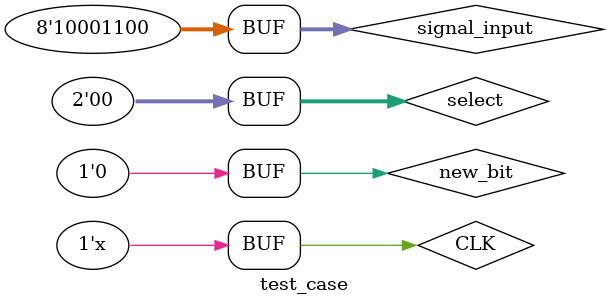
<source format=v>
`timescale 1ns / 1ps


module test_case;

	// Inputs
	reg [7:0] signal_input;
	reg [1:0] select;
	reg new_bit;
	reg CLK;

	// Outputs
	wire [7:0] signal_output;

	// Instantiate the Unit Under Test (UUT)
	Universal_shift_register uut (
		.signal_input(signal_input), 
		.signal_output(signal_output), 
		.select(select), 
		.new_bit(new_bit), 
		.CLK(CLK)
	);
always begin
		#100 CLK=~CLK;
    end
	initial begin
		// Initialize Inputs
		signal_input = 0;
		select = 0; 
		new_bit = 0;
		CLK = 0; 

		// Wait 100 ns for global reset to finish

		// Add stimulus here
#180;
		signal_input = 8'b10001100;
		select = 2'b01;
		new_bit = 0;
		 
#180;
		signal_input = 8'b10001100;
		select = 2'b10;
		new_bit = 0;
		
#180;
		signal_input = 8'b10001100;
		select = 2'b11;
		new_bit = 0;

#180;
		signal_input = 8'b10001100;
		select = 2'b00;
		new_bit = 0;

end
      
endmodule


</source>
